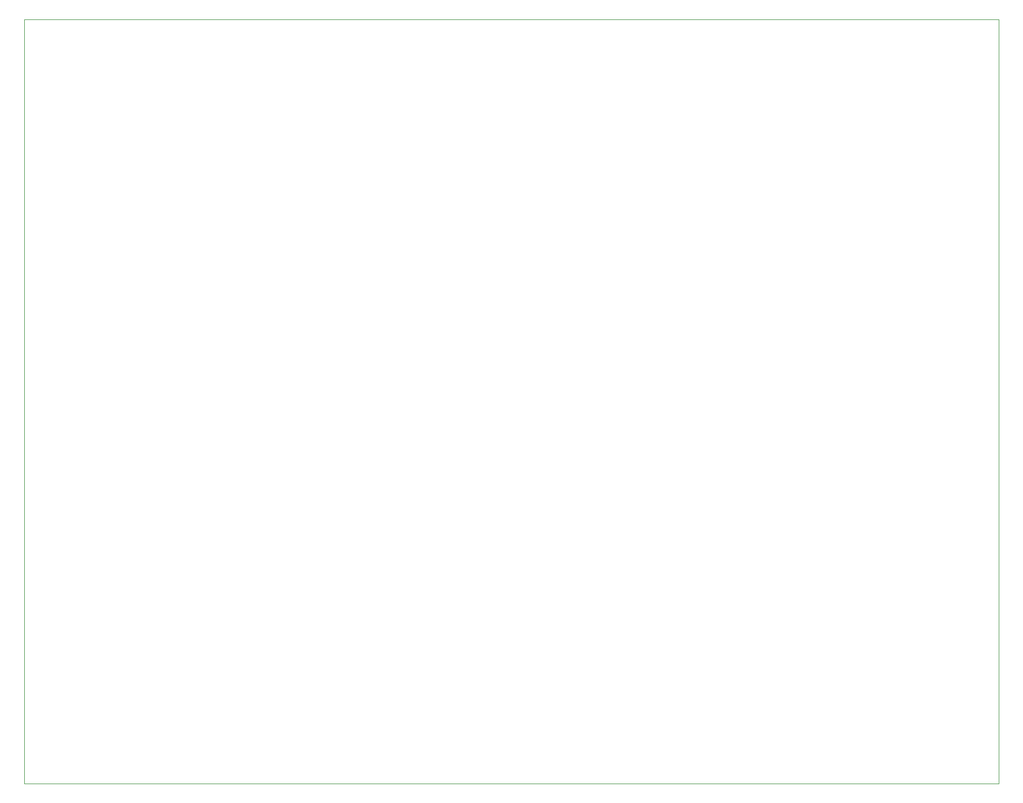
<source format=gbr>
%TF.GenerationSoftware,KiCad,Pcbnew,(5.1.10)-1*%
%TF.CreationDate,2022-01-13T09:31:49+07:00*%
%TF.ProjectId,Atuph2,41747570-6832-42e6-9b69-6361645f7063,rev?*%
%TF.SameCoordinates,Original*%
%TF.FileFunction,Profile,NP*%
%FSLAX46Y46*%
G04 Gerber Fmt 4.6, Leading zero omitted, Abs format (unit mm)*
G04 Created by KiCad (PCBNEW (5.1.10)-1) date 2022-01-13 09:31:49*
%MOMM*%
%LPD*%
G01*
G04 APERTURE LIST*
%TA.AperFunction,Profile*%
%ADD10C,0.050000*%
%TD*%
G04 APERTURE END LIST*
D10*
X58474000Y-152014000D02*
X58474000Y-32014000D01*
X211474000Y-152014000D02*
X58474000Y-152014000D01*
X211474000Y-32014000D02*
X211474000Y-152014000D01*
X58474000Y-32014000D02*
X211474000Y-32014000D01*
M02*

</source>
